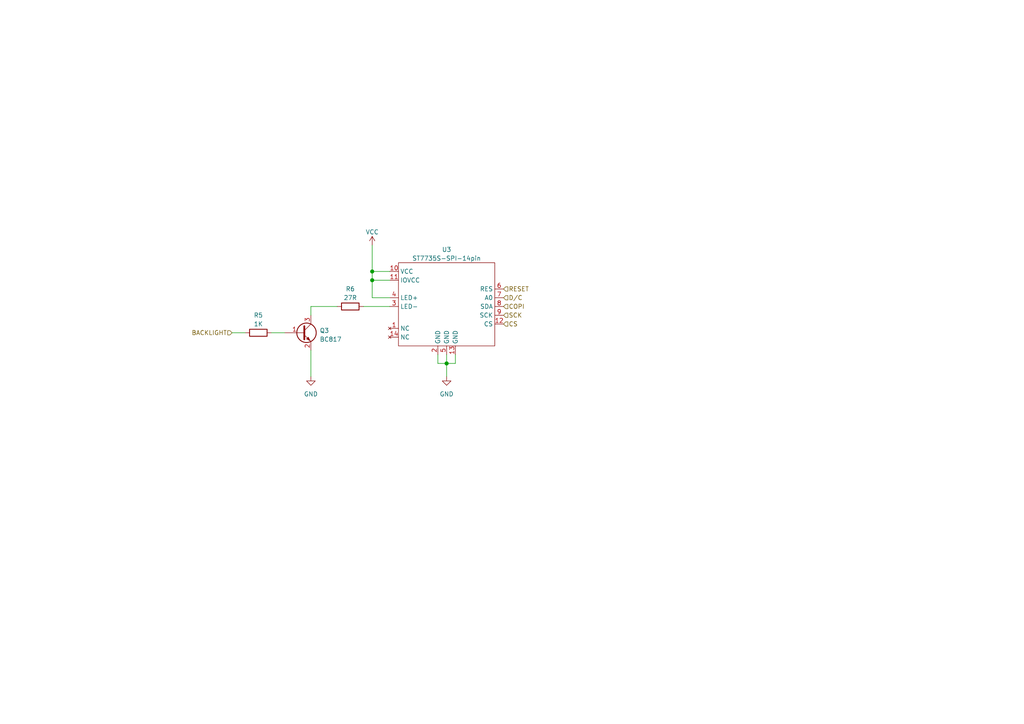
<source format=kicad_sch>
(kicad_sch (version 20211123) (generator eeschema)
  (paper "A4")
  (title_block (title "ST7735S SPI based display 128x160, 1.77 inch") (date "2022-06-12") (rev "1.0") (comment 1 "CC-BY-SA"))
  (lib_symbols
    (symbol "Device:R" (pin_numbers hide) (pin_names (offset 0))
      (property "Reference" "R" (at 2.032 0 90))
      (property "Value" "R" (at 0 0 90))
      (symbol "R_0_1"
        (rectangle (start -1.016 -2.54) (end 1.016 2.54) (stroke (width 0.254)))
      )
      (symbol "R_1_1"
        (pin passive line (at 0 3.81 270) (length 1.27) (name "~") (number "1"))
        (pin passive line (at 0 -3.81 90) (length 1.27) (name "~") (number "2"))
      )
    )
    (symbol "LCD:ST7735S-SPI-14pin"
      (property "Reference" "U" (at 0 0 0))
      (property "Value" "ST7735S-SPI-14pin" (at 0 13.97 0))
      (symbol "ST7735S-SPI-14pin_0_1"
        (rectangle (start -13.97 12.7) (end 13.97 -11.43) (stroke (width 0.1524)))
      )
      (symbol "ST7735S-SPI-14pin_1_1"
        (pin no_connect line (at -16.51 -6.35 0) (length 2.54) (name "NC") (number "1"))
        (pin power_in line (at -16.51 10.16 0) (length 2.54) (name "VCC") (number "10"))
        (pin power_in line (at -16.51 7.62 0) (length 2.54) (name "IOVCC") (number "11"))
        (pin input line (at 16.51 -5.08 180) (length 2.54) (name "CS") (number "12"))
        (pin power_in line (at 2.54 -13.97 90) (length 2.54) (name "GND") (number "13"))
        (pin no_connect line (at -16.51 -8.89 0) (length 2.54) (name "NC") (number "14"))
        (pin power_in line (at -2.54 -13.97 90) (length 2.54) (name "GND") (number "2"))
        (pin power_in line (at -16.51 0 0) (length 2.54) (name "LED-") (number "3"))
        (pin power_in line (at -16.51 2.54 0) (length 2.54) (name "LED+") (number "4"))
        (pin power_in line (at 0 -13.97 90) (length 2.54) (name "GND") (number "5"))
        (pin bidirectional line (at 16.51 5.08 180) (length 2.54) (name "RES") (number "6"))
        (pin bidirectional line (at 16.51 2.54 180) (length 2.54) (name "A0") (number "7"))
        (pin bidirectional line (at 16.51 0 180) (length 2.54) (name "SDA") (number "8"))
        (pin input line (at 16.51 -2.54 180) (length 2.54) (name "SCK") (number "9"))
      )
    )
    (symbol "Transistor_BJT:BC817" (pin_names (offset 0) hide)
      (property "Reference" "Q" (at 5.08 1.905 0))
      (property "Value" "BC817" (at 5.08 0 0))
      (symbol "BC817_0_1"
        (polyline (pts (xy 0.635 0.635) (xy 2.54 2.54)))
        (polyline (pts (xy 0.635 -0.635) (xy 2.54 -2.54) (xy 2.54 -2.54)))
        (polyline (pts (xy 0.635 1.905) (xy 0.635 -1.905) (xy 0.635 -1.905)) (stroke (width 0.508)))
        (polyline (pts (xy 1.27 -1.778) (xy 1.778 -1.27) (xy 2.286 -2.286) (xy 1.27 -1.778) (xy 1.27 -1.778)) (fill (type outline)))
        (circle (center 1.27 0) (radius 2.8194) (stroke (width 0.254)))
      )
      (symbol "BC817_1_1"
        (pin input line (at -5.08 0 0) (length 5.715) (name "B") (number "1"))
        (pin passive line (at 2.54 -5.08 90) (length 2.54) (name "E") (number "2"))
        (pin passive line (at 2.54 5.08 270) (length 2.54) (name "C") (number "3"))
      )
    )
    (symbol "power:GND" (power) (pin_names (offset 0))
      (property "Value" "GND" (at 0 -3.81 0))
      (symbol "GND_0_1"
        (polyline (pts (xy 0 0) (xy 0 -1.27) (xy 1.27 -1.27) (xy 0 -2.54) (xy -1.27 -1.27) (xy 0 -1.27)))
      )
      (symbol "GND_1_1"
        (pin power_in line (at 0 0 270) (length 0) hide (name "GND") (number "1"))
      )
    )
    (symbol "power:VCC" (power) (pin_names (offset 0))
      (property "Value" "VCC" (at 0 3.81 0))
      (symbol "VCC_0_1"
        (polyline (pts (xy -0.762 1.27) (xy 0 2.54)))
        (polyline (pts (xy 0 0) (xy 0 2.54)))
        (polyline (pts (xy 0 2.54) (xy 0.762 1.27)))
      )
      (symbol "VCC_1_1"
        (pin power_in line (at 0 0 90) (length 0) hide (name "VCC") (number "1"))
      )
    )
  )
  (junction (at 107.95 81.28) (diameter 1.016))
  (junction (at 129.54 105.41) (diameter 1.016))
  (junction (at 107.95 78.74) (diameter 1.016))
  (wire (pts (xy 127 102.87) (xy 127 105.41)))
  (wire (pts (xy 127 105.41) (xy 129.54 105.41)))
  (wire (pts (xy 107.95 71.12) (xy 107.95 78.74)))
  (wire (pts (xy 107.95 78.74) (xy 107.95 81.28)))
  (wire (pts (xy 113.03 81.28) (xy 107.95 81.28)))
  (wire (pts (xy 67.31 96.52) (xy 71.12 96.52)))
  (wire (pts (xy 90.17 101.6) (xy 90.17 109.22)))
  (wire (pts (xy 129.54 102.87) (xy 129.54 105.41)))
  (wire (pts (xy 107.95 86.36) (xy 107.95 81.28)))
  (wire (pts (xy 113.03 86.36) (xy 107.95 86.36)))
  (wire (pts (xy 78.74 96.52) (xy 82.55 96.52)))
  (wire (pts (xy 107.95 78.74) (xy 113.03 78.74)))
  (wire (pts (xy 129.54 105.41) (xy 129.54 109.22)))
  (wire (pts (xy 132.08 102.87) (xy 132.08 105.41)))
  (wire (pts (xy 132.08 105.41) (xy 129.54 105.41)))
  (wire (pts (xy 105.41 88.9) (xy 113.03 88.9)))
  (wire (pts (xy 90.17 88.9) (xy 90.17 91.44)))
  (wire (pts (xy 97.79 88.9) (xy 90.17 88.9)))
  (hierarchical_label "RESET" (shape input) (at 146.05 83.82 0))
  (hierarchical_label "SCK" (shape input) (at 146.05 91.44 0))
  (hierarchical_label "BACKLIGHT" (shape input) (at 67.31 96.52 180))
  (hierarchical_label "D{slash}C" (shape input) (at 146.05 86.36 0))
  (hierarchical_label "COPI" (shape input) (at 146.05 88.9 0))
  (hierarchical_label "CS" (shape input) (at 146.05 93.98 0))
  (symbol (lib_id "Device:R") (at 74.93 96.52 270) (unit 1)
    (property "Reference" "R5" (at 74.93 91.44 90))
    (property "Value" "1K" (at 74.93 93.98 90))
    (property "Footprint" "Resistor_SMD:R_0603_1608Metric" (effects hide))
  )
  (symbol (lib_id "power:VCC") (at 107.95 71.12 0) (unit 1)
    (property "Reference" "#PWR019" (effects hide))
    (property "Value" "VCC" (at 107.95 67.31 0))
  )
  (symbol (lib_id "Transistor_BJT:BC817") (at 87.63 96.52 0) (unit 1)
    (property "Reference" "Q3" (at 92.71 95.8849 0) (effects (justify left)))
    (property "Value" "BC817" (at 92.71 98.4249 0) (effects (justify left)))
    (property "Footprint" "Package_TO_SOT_SMD:SOT-23" (effects hide))
    (property "Datasheet" "https://www.onsemi.com/pub/Collateral/BC818-D.pdf" (effects hide))
  )
  (symbol (lib_id "power:GND") (at 129.54 109.22 0) (unit 1)
    (property "Reference" "#PWR020" (effects hide))
    (property "Value" "GND" (at 129.54 114.3 0))
  )
  (symbol (lib_id "LCD:ST7735S-SPI-14pin") (at 129.54 88.9 0) (unit 1)
    (property "Reference" "U3" (at 129.54 72.39 0))
    (property "Value" "ST7735S-SPI-14pin" (at 129.54 74.93 0))
    (property "Footprint" "LCD:1.77inch_128x160_ST7735S_SPI" (effects hide))
  )
  (symbol (lib_id "power:GND") (at 90.17 109.22 0) (unit 1)
    (property "Reference" "#PWR018" (effects hide))
    (property "Value" "GND" (at 90.17 114.3 0))
  )
  (symbol (lib_id "Device:R") (at 101.6 88.9 270) (unit 1)
    (property "Reference" "R6" (at 101.6 83.82 90))
    (property "Value" "27R" (at 101.6 86.36 90))
    (property "Footprint" "Resistor_SMD:R_0603_1608Metric" (effects hide))
  )
)
</source>
